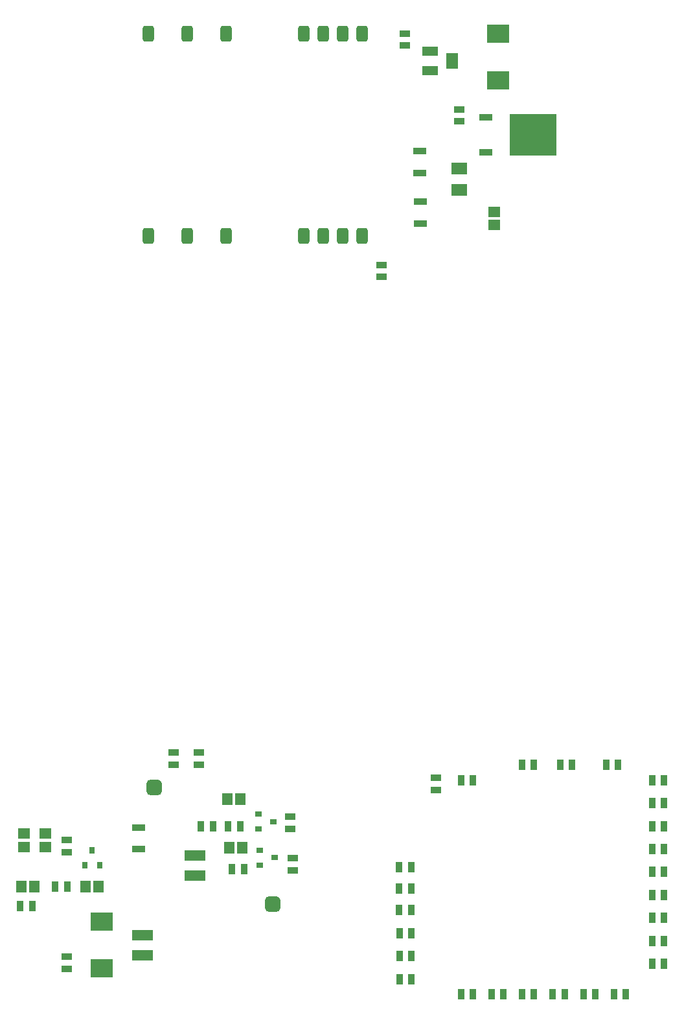
<source format=gtp>
G04*
G04 #@! TF.GenerationSoftware,Altium Limited,CircuitStudio,1.5.2 (30)*
G04*
G04 Layer_Color=7318015*
%FSLAX25Y25*%
%MOIN*%
G70*
G01*
G75*
%ADD10R,0.07087X0.03543*%
%ADD11R,0.24410X0.21457*%
%ADD12R,0.11417X0.09449*%
%ADD13R,0.05315X0.03740*%
%ADD14R,0.06693X0.03740*%
G04:AMPARAMS|DCode=15|XSize=78.74mil|YSize=78.74mil|CornerRadius=19.69mil|HoleSize=0mil|Usage=FLASHONLY|Rotation=270.000|XOffset=0mil|YOffset=0mil|HoleType=Round|Shape=RoundedRectangle|*
%AMROUNDEDRECTD15*
21,1,0.07874,0.03937,0,0,270.0*
21,1,0.03937,0.07874,0,0,270.0*
1,1,0.03937,-0.01969,-0.01969*
1,1,0.03937,-0.01969,0.01969*
1,1,0.03937,0.01969,0.01969*
1,1,0.03937,0.01969,-0.01969*
%
%ADD15ROUNDEDRECTD15*%
%ADD16R,0.05512X0.06102*%
%ADD17R,0.03740X0.05315*%
%ADD18R,0.11024X0.05512*%
G04:AMPARAMS|DCode=19|XSize=29.92mil|YSize=35.43mil|CornerRadius=7.48mil|HoleSize=0mil|Usage=FLASHONLY|Rotation=0.000|XOffset=0mil|YOffset=0mil|HoleType=Round|Shape=RoundedRectangle|*
%AMROUNDEDRECTD19*
21,1,0.02992,0.02047,0,0,0.0*
21,1,0.01496,0.03543,0,0,0.0*
1,1,0.01496,0.00748,-0.01024*
1,1,0.01496,-0.00748,-0.01024*
1,1,0.01496,-0.00748,0.01024*
1,1,0.01496,0.00748,0.01024*
%
%ADD19ROUNDEDRECTD19*%
%ADD20R,0.06102X0.05512*%
%ADD21R,0.06299X0.07874*%
%ADD22R,0.07874X0.05118*%
G04:AMPARAMS|DCode=23|XSize=59.06mil|YSize=82.68mil|CornerRadius=14.76mil|HoleSize=0mil|Usage=FLASHONLY|Rotation=0.000|XOffset=0mil|YOffset=0mil|HoleType=Round|Shape=RoundedRectangle|*
%AMROUNDEDRECTD23*
21,1,0.05906,0.05315,0,0,0.0*
21,1,0.02953,0.08268,0,0,0.0*
1,1,0.02953,0.01476,-0.02658*
1,1,0.02953,-0.01476,-0.02658*
1,1,0.02953,-0.01476,0.02658*
1,1,0.02953,0.01476,0.02658*
%
%ADD23ROUNDEDRECTD23*%
%ADD24R,0.07874X0.05906*%
%ADD25R,0.03543X0.03150*%
D10*
X273465Y470787D02*
D03*
Y452835D02*
D03*
D11*
X297874Y461811D02*
D03*
D12*
X280000Y489803D02*
D03*
Y513819D02*
D03*
X76000Y32992D02*
D03*
Y57008D02*
D03*
D13*
X232000Y507760D02*
D03*
Y513862D02*
D03*
X260000Y468760D02*
D03*
Y474862D02*
D03*
X248000Y124949D02*
D03*
Y131051D02*
D03*
X58000Y99051D02*
D03*
Y92949D02*
D03*
X113000Y137949D02*
D03*
Y144051D02*
D03*
X126000D02*
D03*
Y137949D02*
D03*
X174213Y89665D02*
D03*
Y83563D02*
D03*
X173000Y104949D02*
D03*
Y111051D02*
D03*
X58000Y39051D02*
D03*
Y32949D02*
D03*
X220000Y394862D02*
D03*
Y388760D02*
D03*
D14*
X239500Y442299D02*
D03*
Y453323D02*
D03*
X240000Y427323D02*
D03*
Y416299D02*
D03*
X95000Y105512D02*
D03*
Y94488D02*
D03*
D15*
X103000Y126000D02*
D03*
X164000Y66000D02*
D03*
D16*
X74347Y75000D02*
D03*
X67654D02*
D03*
X34653D02*
D03*
X41346D02*
D03*
X148346Y95000D02*
D03*
X141654D02*
D03*
X147346Y120000D02*
D03*
X140654D02*
D03*
D17*
X260728Y129921D02*
D03*
X266831D02*
D03*
X292224Y137795D02*
D03*
X298327D02*
D03*
X311909D02*
D03*
X318012D02*
D03*
X335531D02*
D03*
X341634D02*
D03*
X359154Y129921D02*
D03*
X365256D02*
D03*
Y106299D02*
D03*
X359154D02*
D03*
X365256Y118110D02*
D03*
X359154D02*
D03*
Y94488D02*
D03*
X365256D02*
D03*
X359154Y82677D02*
D03*
X365256D02*
D03*
Y59055D02*
D03*
X359154D02*
D03*
X365256Y70866D02*
D03*
X359154D02*
D03*
X365256Y47244D02*
D03*
X359154D02*
D03*
Y35433D02*
D03*
X365256D02*
D03*
X339469Y19685D02*
D03*
X345571D02*
D03*
X323721D02*
D03*
X329823D02*
D03*
X307972D02*
D03*
X314075D02*
D03*
X292224D02*
D03*
X298327D02*
D03*
X276476D02*
D03*
X282579D02*
D03*
X260728D02*
D03*
X266831D02*
D03*
X235335Y39370D02*
D03*
X229232D02*
D03*
X235335Y27559D02*
D03*
X229232D02*
D03*
Y51181D02*
D03*
X235335D02*
D03*
X235051Y63000D02*
D03*
X228949D02*
D03*
X235051Y85000D02*
D03*
X228949D02*
D03*
Y74000D02*
D03*
X235051D02*
D03*
X51949Y75000D02*
D03*
X58051D02*
D03*
X40051Y65000D02*
D03*
X33949D02*
D03*
X149051Y84000D02*
D03*
X142949D02*
D03*
X147051Y106000D02*
D03*
X140949D02*
D03*
X133051D02*
D03*
X126949D02*
D03*
D18*
X97000Y39882D02*
D03*
Y50118D02*
D03*
X124000Y91118D02*
D03*
Y80882D02*
D03*
D19*
X74740Y86063D02*
D03*
X67260D02*
D03*
X71000Y93937D02*
D03*
D20*
X36000Y102347D02*
D03*
Y95653D02*
D03*
X47000Y102347D02*
D03*
Y95653D02*
D03*
X278000Y422157D02*
D03*
Y415465D02*
D03*
D21*
X256209Y499811D02*
D03*
D22*
X244791Y494890D02*
D03*
Y504732D02*
D03*
D23*
X100000Y513917D02*
D03*
X120000D02*
D03*
X140000D02*
D03*
X180000D02*
D03*
X190000D02*
D03*
X200000D02*
D03*
X210000D02*
D03*
Y409705D02*
D03*
X200000D02*
D03*
X190000D02*
D03*
X180000D02*
D03*
X140000D02*
D03*
X120000D02*
D03*
X100000D02*
D03*
D24*
X259842Y444488D02*
D03*
Y433465D02*
D03*
D25*
X164937Y90000D02*
D03*
X157063Y86260D02*
D03*
Y93740D02*
D03*
X164339Y108653D02*
D03*
X156465Y104913D02*
D03*
Y112394D02*
D03*
M02*

</source>
